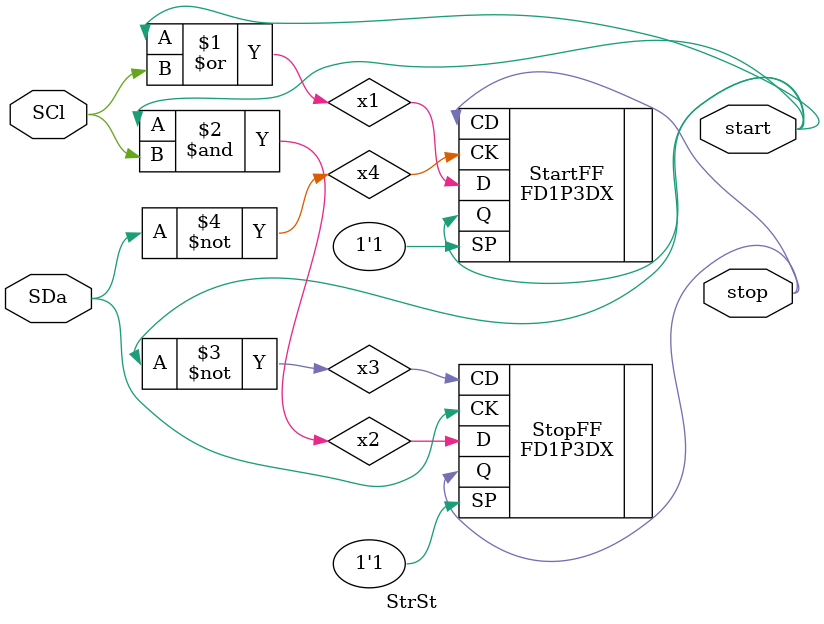
<source format=v>
`timescale 1ns / 1ps

module StrSt(	
	input wire SDa,    		
	input wire SCl,
	output wire start,
	output wire stop	
);
wire x1,x2,x3,x4;

assign x1 = start | SCl;
assign x2 = start & SCl;
assign x3 = ~start;
assign x4 = ~SDa;


FD1P3DX StartFF
(
.D(x1),
.SP(1'b1),
.CK(x4),
.CD(stop),
.Q(start)
);

FD1P3DX StopFF
(
.D(x2),
.SP(1'b1),
.CK(SDa),
.CD(x3),
.Q(stop)
);

endmodule
</source>
